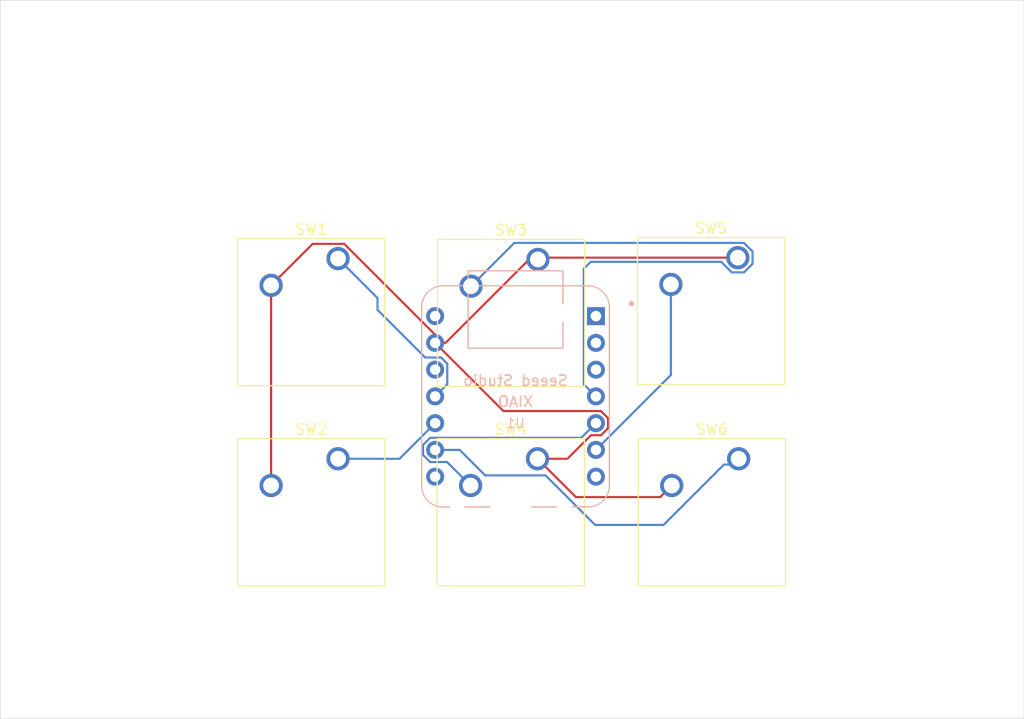
<source format=kicad_pcb>
(kicad_pcb (version 20240108) (generator "pcbnew") (generator_version "8.0")
  (layers (0 "F.Cu" signal) (31 "B.Cu" signal) (34 "B.Paste" user) (35 "F.Paste" user) (36 "B.SilkS" user "B.Silkscreen") (37 "F.SilkS" user "F.Silkscreen") (38 "B.Mask" user) (39 "F.Mask" user) (44 "Edge.Cuts" user))
  (net 0 "")
  (net 1 "GND")
  (net 2 "Net-(U1-PA6_A10_D10_MOSI)")
  (net 3 "Net-(U1-PA5_A9_D9_MISO)")
  (net 4 "Net-(U1-PA11_A3_D3)")
  (net 5 "Net-(U1-PA8_A4_D4_SDA)")
  (net 6 "Net-(U1-PA9_A5_D5_SCL)")
  (net 7 "Net-(U1-PA7_A8_D8_SCK)")
  (footprint "Button_Switch_Keyboard:SW_Cherry_MX_1.00u_PCB" (layer "F.Cu") (at 75.04 134.92)
    (property "Reference" "SW1" (at -2.54 -2.794 0) (layer "F.SilkS"))
    (property "Value" "SW_Push")
    (fp_line (start -9.525 -1.905) (end 4.445 -1.905) (stroke (width 0.12)) (layer "F.SilkS"))
    (fp_line (start -9.525 12.065) (end -9.525 -1.905) (stroke (width 0.12)) (layer "F.SilkS"))
    (fp_line (start 4.445 -1.905) (end 4.445 12.065) (stroke (width 0.12)) (layer "F.SilkS"))
    (fp_line (start 4.445 12.065) (end -9.525 12.065) (stroke (width 0.12)) (layer "F.SilkS"))
    (pad "" np_thru_hole circle (at -7.62 5.08) (size 1.7 1.7) (drill 1.7) (layers "*.Cu" "*.Mask"))
    (pad "" np_thru_hole circle (at -2.54 5.08) (size 4 4) (drill 4) (layers "*.Cu" "*.Mask"))
    (pad "" np_thru_hole circle (at 2.54 5.08) (size 1.7 1.7) (drill 1.7) (layers "*.Cu" "*.Mask"))
    (pad "1" thru_hole circle (at 0 0) (size 2.2 2.2) (drill 1.5) (layers "*.Cu" "*.Mask") (net 2 "Net-(U1-PA6_A10_D10_MOSI)"))
    (pad "2" thru_hole circle (at -6.35 2.54) (size 2.2 2.2) (drill 1.5) (layers "*.Cu" "*.Mask") (net 1 "GND"))
  )
  (footprint "Button_Switch_Keyboard:SW_Cherry_MX_1.00u_PCB" (layer "F.Cu") (at 94 135)
    (property "Reference" "SW3" (at -2.54 -2.794 0) (layer "F.SilkS"))
    (property "Value" "SW_Push")
    (fp_line (start -9.525 -1.905) (end 4.445 -1.905) (stroke (width 0.12)) (layer "F.SilkS"))
    (fp_line (start -9.525 12.065) (end -9.525 -1.905) (stroke (width 0.12)) (layer "F.SilkS"))
    (fp_line (start 4.445 -1.905) (end 4.445 12.065) (stroke (width 0.12)) (layer "F.SilkS"))
    (fp_line (start 4.445 12.065) (end -9.525 12.065) (stroke (width 0.12)) (layer "F.SilkS"))
    (pad "" np_thru_hole circle (at -7.62 5.08) (size 1.7 1.7) (drill 1.7) (layers "*.Cu" "*.Mask"))
    (pad "" np_thru_hole circle (at -2.54 5.08) (size 4 4) (drill 4) (layers "*.Cu" "*.Mask"))
    (pad "" np_thru_hole circle (at 2.54 5.08) (size 1.7 1.7) (drill 1.7) (layers "*.Cu" "*.Mask"))
    (pad "1" thru_hole circle (at 0 0) (size 2.2 2.2) (drill 1.5) (layers "*.Cu" "*.Mask") (net 1 "GND"))
    (pad "2" thru_hole circle (at -6.35 2.54) (size 2.2 2.2) (drill 1.5) (layers "*.Cu" "*.Mask") (net 4 "Net-(U1-PA11_A3_D3)"))
  )
  (footprint "Button_Switch_Keyboard:SW_Cherry_MX_1.00u_PCB" (layer "F.Cu") (at 75.04 153.92)
    (property "Reference" "SW2" (at -2.54 -2.794 0) (layer "F.SilkS"))
    (property "Value" "SW_Push")
    (fp_line (start -9.525 -1.905) (end 4.445 -1.905) (stroke (width 0.12)) (layer "F.SilkS"))
    (fp_line (start -9.525 12.065) (end -9.525 -1.905) (stroke (width 0.12)) (layer "F.SilkS"))
    (fp_line (start 4.445 -1.905) (end 4.445 12.065) (stroke (width 0.12)) (layer "F.SilkS"))
    (fp_line (start 4.445 12.065) (end -9.525 12.065) (stroke (width 0.12)) (layer "F.SilkS"))
    (pad "" np_thru_hole circle (at -7.62 5.08) (size 1.7 1.7) (drill 1.7) (layers "*.Cu" "*.Mask"))
    (pad "" np_thru_hole circle (at -2.54 5.08) (size 4 4) (drill 4) (layers "*.Cu" "*.Mask"))
    (pad "" np_thru_hole circle (at 2.54 5.08) (size 1.7 1.7) (drill 1.7) (layers "*.Cu" "*.Mask"))
    (pad "1" thru_hole circle (at 0 0) (size 2.2 2.2) (drill 1.5) (layers "*.Cu" "*.Mask") (net 3 "Net-(U1-PA5_A9_D9_MISO)"))
    (pad "2" thru_hole circle (at -6.35 2.54) (size 2.2 2.2) (drill 1.5) (layers "*.Cu" "*.Mask") (net 1 "GND"))
  )
  (footprint "Button_Switch_Keyboard:SW_Cherry_MX_1.00u_PCB" (layer "F.Cu") (at 93.96 153.92)
    (property "Reference" "SW4" (at -2.54 -2.794 0) (layer "F.SilkS"))
    (property "Value" "SW_Push")
    (fp_line (start -9.525 -1.905) (end 4.445 -1.905) (stroke (width 0.12)) (layer "F.SilkS"))
    (fp_line (start -9.525 12.065) (end -9.525 -1.905) (stroke (width 0.12)) (layer "F.SilkS"))
    (fp_line (start 4.445 -1.905) (end 4.445 12.065) (stroke (width 0.12)) (layer "F.SilkS"))
    (fp_line (start 4.445 12.065) (end -9.525 12.065) (stroke (width 0.12)) (layer "F.SilkS"))
    (pad "" np_thru_hole circle (at -7.62 5.08) (size 1.7 1.7) (drill 1.7) (layers "*.Cu" "*.Mask"))
    (pad "" np_thru_hole circle (at -2.54 5.08) (size 4 4) (drill 4) (layers "*.Cu" "*.Mask"))
    (pad "" np_thru_hole circle (at 2.54 5.08) (size 1.7 1.7) (drill 1.7) (layers "*.Cu" "*.Mask"))
    (pad "1" thru_hole circle (at 0 0) (size 2.2 2.2) (drill 1.5) (layers "*.Cu" "*.Mask") (net 1 "GND"))
    (pad "2" thru_hole circle (at -6.35 2.54) (size 2.2 2.2) (drill 1.5) (layers "*.Cu" "*.Mask") (net 5 "Net-(U1-PA8_A4_D4_SDA)"))
  )
  (footprint "Button_Switch_Keyboard:SW_Cherry_MX_1.00u_PCB" (layer "F.Cu") (at 112.96 134.83)
    (property "Reference" "SW5" (at -2.54 -2.794 0) (layer "F.SilkS"))
    (property "Value" "SW_Push")
    (fp_line (start -9.525 -1.905) (end 4.445 -1.905) (stroke (width 0.12)) (layer "F.SilkS"))
    (fp_line (start -9.525 12.065) (end -9.525 -1.905) (stroke (width 0.12)) (layer "F.SilkS"))
    (fp_line (start 4.445 -1.905) (end 4.445 12.065) (stroke (width 0.12)) (layer "F.SilkS"))
    (fp_line (start 4.445 12.065) (end -9.525 12.065) (stroke (width 0.12)) (layer "F.SilkS"))
    (pad "" np_thru_hole circle (at -7.62 5.08) (size 1.7 1.7) (drill 1.7) (layers "*.Cu" "*.Mask"))
    (pad "" np_thru_hole circle (at -2.54 5.08) (size 4 4) (drill 4) (layers "*.Cu" "*.Mask"))
    (pad "" np_thru_hole circle (at 2.54 5.08) (size 1.7 1.7) (drill 1.7) (layers "*.Cu" "*.Mask"))
    (pad "1" thru_hole circle (at 0 0) (size 2.2 2.2) (drill 1.5) (layers "*.Cu" "*.Mask") (net 1 "GND"))
    (pad "2" thru_hole circle (at -6.35 2.54) (size 2.2 2.2) (drill 1.5) (layers "*.Cu" "*.Mask") (net 6 "Net-(U1-PA9_A5_D5_SCL)"))
  )
  (footprint "Button_Switch_Keyboard:SW_Cherry_MX_1.00u_PCB" (layer "F.Cu") (at 113.04 153.92)
    (property "Reference" "SW6" (at -2.54 -2.794 0) (layer "F.SilkS"))
    (property "Value" "SW_Push")
    (fp_line (start -9.525 -1.905) (end 4.445 -1.905) (stroke (width 0.12)) (layer "F.SilkS"))
    (fp_line (start -9.525 12.065) (end -9.525 -1.905) (stroke (width 0.12)) (layer "F.SilkS"))
    (fp_line (start 4.445 -1.905) (end 4.445 12.065) (stroke (width 0.12)) (layer "F.SilkS"))
    (fp_line (start 4.445 12.065) (end -9.525 12.065) (stroke (width 0.12)) (layer "F.SilkS"))
    (pad "" np_thru_hole circle (at -7.62 5.08) (size 1.7 1.7) (drill 1.7) (layers "*.Cu" "*.Mask"))
    (pad "" np_thru_hole circle (at -2.54 5.08) (size 4 4) (drill 4) (layers "*.Cu" "*.Mask"))
    (pad "" np_thru_hole circle (at 2.54 5.08) (size 1.7 1.7) (drill 1.7) (layers "*.Cu" "*.Mask"))
    (pad "1" thru_hole circle (at 0 0) (size 2.2 2.2) (drill 1.5) (layers "*.Cu" "*.Mask") (net 7 "Net-(U1-PA7_A8_D8_SCK)"))
    (pad "2" thru_hole circle (at -6.35 2.54) (size 2.2 2.2) (drill 1.5) (layers "*.Cu" "*.Mask") (net 1 "GND"))
  )
  (footprint "Seeed Studio XIAO Series Library:XIAO-Generic-Thruhole-14P-2.54-21X17.8MM" (layer "B.Cu") (at 91.875 148 180)
    (property "Reference" "U1" (at 0 -2.54 0) (layer "B.SilkS") (effects (font (size 0.889 0.889) (thickness 0.1016)) (justify mirror)))
    (property "Value" "Seeed Studio XIAO SAMD21" (hide yes))
    (fp_line (start 8.9 8.5) (end 8.9 -8.5) (stroke (width 0.127)) (layer "B.SilkS"))
    (fp_line (start 6.9 -10.5) (end -6.9 -10.5) (stroke (width 0.127)) (layer "B.SilkS"))
    (fp_line (start 4.5 11.92403) (end -4.5 11.92403) (stroke (width 0.127)) (layer "B.SilkS"))
    (fp_line (start 4.5 4.57073) (end 4.5 11.92403) (stroke (width 0.127)) (layer "B.SilkS"))
    (fp_line (start -4.5 11.92403) (end -4.5 4.57073) (stroke (width 0.127)) (layer "B.SilkS"))
    (fp_line (start -4.5 4.57073) (end 4.5 4.57073) (stroke (width 0.127)) (layer "B.SilkS"))
    (fp_line (start -6.9 10.49909) (end 6.9 10.49909) (stroke (width 0.127)) (layer "B.SilkS"))
    (fp_line (start -8.9 -8.5) (end -8.9 8.5) (stroke (width 0.127)) (layer "B.SilkS"))
    (fp_arc (start 8.9 8.5) (mid 8.301492 9.901492) (end 6.9 10.5) (stroke (width 0.12)) (layer "B.SilkS"))
    (fp_arc (start 6.9 -10.5) (mid 8.314214 -9.914214) (end 8.9 -8.5) (stroke (width 0.12)) (layer "B.SilkS"))
    (fp_arc (start -6.9 10.5) (mid -8.301491 9.901491) (end -8.9 8.5) (stroke (width 0.12)) (layer "B.SilkS"))
    (fp_arc (start -8.9 -8.5) (mid -8.301423 -9.901423) (end -6.9 -10.5) (stroke (width 0.12)) (layer "B.SilkS"))
    (fp_circle (center -11 8.8) (end -11 9.054) (fill solid) (layer "B.SilkS"))
    (fp_poly (pts (xy -8.887715 8.561705) (xy -8.884667 8.610473) (xy -8.880603 8.659494)) (stroke (width 0.0254)) (fill none) (layer "B.SilkS"))
    (fp_poly (pts (xy 8.889492 -8.521574) (xy 8.887713 -8.57085) (xy 8.884665 -8.619618) (xy 8.880601 -8.668639) (xy 8.875268 -8.717407) (xy 8.868664 -8.766175) (xy 8.861044 -8.81469) (xy 8.852153 -8.86295) (xy 8.842248 -8.910955)) (stroke (width 0.0254)) (fill none) (layer "B.SilkS"))
    (fp_text user "XIAO" (at 0 -0.5 0) (layer "B.SilkS") (effects (justify mirror)))
    (fp_text user "Seeed Studio" (at 0 1.5 0) (layer "B.SilkS") (effects (justify mirror)))
    (pad "1" thru_hole rect (at -7.625 7.62 180) (size 1.7 1.7) (drill 1) (layers "*.Cu" "*.Mask"))
    (pad "2" thru_hole circle (at -7.625 5.08 180) (size 1.7 1.7) (drill 1) (layers "*.Cu" "*.Mask"))
    (pad "3" thru_hole circle (at -7.625 2.54 180) (size 1.7 1.7) (drill 1) (layers "*.Cu" "*.Mask"))
    (pad "4" thru_hole circle (at -7.625 0 180) (size 1.7 1.7) (drill 1) (layers "*.Cu" "*.Mask") (net 4 "Net-(U1-PA11_A3_D3)"))
    (pad "5" thru_hole circle (at -7.625 -2.54 180) (size 1.7 1.7) (drill 1) (layers "*.Cu" "*.Mask") (net 5 "Net-(U1-PA8_A4_D4_SDA)"))
    (pad "6" thru_hole circle (at -7.625 -5.08) (size 1.7 1.7) (drill 1) (layers "*.Cu" "*.Mask") (net 6 "Net-(U1-PA9_A5_D5_SCL)"))
    (pad "7" thru_hole circle (at -7.625 -7.62 180) (size 1.7 1.7) (drill 1) (layers "*.Cu" "*.Mask"))
    (pad "8" thru_hole circle (at 7.625 -7.62 180) (size 1.7 1.7) (drill 1) (layers "*.Cu" "*.Mask"))
    (pad "9" thru_hole circle (at 7.625 -5.08 180) (size 1.7 1.7) (drill 1) (layers "*.Cu" "*.Mask") (net 7 "Net-(U1-PA7_A8_D8_SCK)"))
    (pad "10" thru_hole circle (at 7.625 -2.54 180) (size 1.7 1.7) (drill 1) (layers "*.Cu" "*.Mask") (net 3 "Net-(U1-PA5_A9_D9_MISO)"))
    (pad "11" thru_hole circle (at 7.625 0 180) (size 1.7 1.7) (drill 1) (layers "*.Cu" "*.Mask") (net 2 "Net-(U1-PA6_A10_D10_MOSI)"))
    (pad "12" thru_hole circle (at 7.625 2.54 180) (size 1.7 1.7) (drill 1) (layers "*.Cu" "*.Mask"))
    (pad "13" thru_hole circle (at 7.625 5.08 180) (size 1.7 1.7) (drill 1) (layers "*.Cu" "*.Mask") (net 1 "GND"))
    (pad "14" thru_hole circle (at 7.625 7.62 180) (size 1.7 1.7) (drill 1) (layers "*.Cu" "*.Mask"))
  )
  (gr_line (start 63.1 178.6) (end 43 178.6) (stroke (width 0.05)) (layer "Edge.Cuts"))
  (gr_line (start 43 125.6) (end 43 110.4) (stroke (width 0.05)) (layer "Edge.Cuts"))
  (gr_line (start 43 168.5) (end 43 168) (stroke (width 0.05)) (layer "Edge.Cuts"))
  (gr_line (start 140.1 167.8) (end 140.1 178.6) (stroke (width 0.05)) (layer "Edge.Cuts"))
  (gr_line (start 49.2 110.4) (end 43 110.4) (stroke (width 0.05)) (layer "Edge.Cuts"))
  (gr_line (start 43 156) (end 43 125.6) (stroke (width 0.05)) (layer "Edge.Cuts"))
  (gr_line (start 140.1 115.4) (end 140.1 110.4) (stroke (width 0.05)) (layer "Edge.Cuts"))
  (gr_line (start 43 156) (end 43 168) (stroke (width 0.05)) (layer "Edge.Cuts"))
  (gr_line (start 49.2 110.4) (end 121 110.4) (stroke (width 0.05)) (layer "Edge.Cuts"))
  (gr_line (start 120.3 178.6) (end 140.1 178.6) (stroke (width 0.05)) (layer "Edge.Cuts"))
  (gr_line (start 63.1 178.6) (end 120.3 178.6) (stroke (width 0.05)) (layer "Edge.Cuts"))
  (gr_line (start 121 110.4) (end 140.1 110.4) (stroke (width 0.05)) (layer "Edge.Cuts"))
  (gr_line (start 140.1 129.8) (end 140.1 115.4) (stroke (width 0.05)) (layer "Edge.Cuts"))
  (gr_line (start 43 168.5) (end 43 178.6) (stroke (width 0.05)) (layer "Edge.Cuts"))
  (gr_line (start 140.1 167.8) (end 140.1 129.8) (stroke (width 0.05)) (layer "Edge.Cuts"))
  (segment (start 106.69 156.46) (end 105.590001 157.559999) (width 0.2) (layer "F.Cu") (net 1))
  (segment (start 94 135) (end 93.157056 135) (width 0.2) (layer "F.Cu") (net 1))
  (segment (start 99.976346 151.69) (end 99.023654 151.69) (width 0.2) (layer "F.Cu") (net 1))
  (segment (start 84.25 142.150101) (end 84.25 142.92) (width 0.2) (layer "F.Cu") (net 1))
  (segment (start 94.17 134.83) (end 94 135) (width 0.2) (layer "F.Cu") (net 1))
  (segment (start 99.976346 149.39) (end 100.65 150.063654) (width 0.2) (layer "F.Cu") (net 1))
  (segment (start 112.96 134.83) (end 94.17 134.83) (width 0.2) (layer "F.Cu") (net 1))
  (segment (start 100.65 151.016346) (end 99.976346 151.69) (width 0.2) (layer "F.Cu") (net 1))
  (segment (start 90.72 149.39) (end 99.976346 149.39) (width 0.2) (layer "F.Cu") (net 1))
  (segment (start 97.599999 157.559999) (end 93.96 153.92) (width 0.2) (layer "F.Cu") (net 1))
  (segment (start 68.69 137.46) (end 72.63 133.52) (width 0.2) (layer "F.Cu") (net 1))
  (segment (start 85.237056 142.92) (end 84.25 142.92) (width 0.2) (layer "F.Cu") (net 1))
  (segment (start 105.590001 157.559999) (end 97.599999 157.559999) (width 0.2) (layer "F.Cu") (net 1))
  (segment (start 96.793654 153.92) (end 93.96 153.92) (width 0.2) (layer "F.Cu") (net 1))
  (segment (start 93.157056 135) (end 85.237056 142.92) (width 0.2) (layer "F.Cu") (net 1))
  (segment (start 84.25 142.92) (end 90.72 149.39) (width 0.2) (layer "F.Cu") (net 1))
  (segment (start 75.619899 133.52) (end 84.25 142.150101) (width 0.2) (layer "F.Cu") (net 1))
  (segment (start 72.63 133.52) (end 75.619899 133.52) (width 0.2) (layer "F.Cu") (net 1))
  (segment (start 99.023654 151.69) (end 96.793654 153.92) (width 0.2) (layer "F.Cu") (net 1))
  (segment (start 68.69 156.46) (end 68.69 137.46) (width 0.2) (layer "F.Cu") (net 1))
  (segment (start 100.65 150.063654) (end 100.65 151.016346) (width 0.2) (layer "F.Cu") (net 1))
  (segment (start 75.04 134.92) (end 78.78 138.66) (width 0.2) (layer "B.Cu") (net 2))
  (segment (start 85.4 146.85) (end 84.25 148) (width 0.2) (layer "B.Cu") (net 2))
  (segment (start 78.78 139.78) (end 83.31 144.31) (width 0.2) (layer "B.Cu") (net 2))
  (segment (start 84.81 144.31) (end 85.4 144.9) (width 0.2) (layer "B.Cu") (net 2))
  (segment (start 83.31 144.31) (end 84.81 144.31) (width 0.2) (layer "B.Cu") (net 2))
  (segment (start 85.4 144.9) (end 85.4 146.85) (width 0.2) (layer "B.Cu") (net 2))
  (segment (start 78.78 138.66) (end 78.78 139.78) (width 0.2) (layer "B.Cu") (net 2))
  (segment (start 80.87 153.92) (end 84.25 150.54) (width 0.2) (layer "B.Cu") (net 3))
  (segment (start 75.04 153.92) (end 80.87 153.92) (width 0.2) (layer "B.Cu") (net 3))
  (segment (start 98.35 135.88) (end 98.35 146.85) (width 0.2) (layer "B.Cu") (net 4))
  (segment (start 98.35 146.85) (end 99.5 148) (width 0.2) (layer "B.Cu") (net 4))
  (segment (start 113.539899 133.43) (end 114.36 134.250101) (width 0.2) (layer "B.Cu") (net 4))
  (segment (start 111.380101 135.23) (end 99 135.23) (width 0.2) (layer "B.Cu") (net 4))
  (segment (start 112.380101 136.23) (end 111.380101 135.23) (width 0.2) (layer "B.Cu") (net 4))
  (segment (start 91.76 133.43) (end 113.539899 133.43) (width 0.2) (layer "B.Cu") (net 4))
  (segment (start 87.65 137.54) (end 91.76 133.43) (width 0.2) (layer "B.Cu") (net 4))
  (segment (start 114.36 134.250101) (end 114.36 135.409899) (width 0.2) (layer "B.Cu") (net 4))
  (segment (start 113.539899 136.23) (end 112.380101 136.23) (width 0.2) (layer "B.Cu") (net 4))
  (segment (start 114.36 135.409899) (end 113.539899 136.23) (width 0.2) (layer "B.Cu") (net 4))
  (segment (start 99 135.23) (end 98.35 135.88) (width 0.2) (layer "B.Cu") (net 4))
  (segment (start 98.11 151.93) (end 99.5 150.54) (width 0.2) (layer "B.Cu") (net 5))
  (segment (start 87.61 156.46) (end 85.38 154.23) (width 0.2) (layer "B.Cu") (net 5))
  (segment (start 83.773654 154.23) (end 83.1 153.556346) (width 0.2) (layer "B.Cu") (net 5))
  (segment (start 83.773654 151.93) (end 98.11 151.93) (width 0.2) (layer "B.Cu") (net 5))
  (segment (start 83.1 153.556346) (end 83.1 152.603654) (width 0.2) (layer "B.Cu") (net 5))
  (segment (start 83.1 152.603654) (end 83.773654 151.93) (width 0.2) (layer "B.Cu") (net 5))
  (segment (start 85.38 154.23) (end 83.773654 154.23) (width 0.2) (layer "B.Cu") (net 5))
  (segment (start 106.61 145.97) (end 106.61 137.37) (width 0.2) (layer "B.Cu") (net 6))
  (segment (start 99.5 153.08) (end 106.61 145.97) (width 0.2) (layer "B.Cu") (net 6))
  (segment (start 113.04 153.92) (end 112.49 154.47) (width 0.2) (layer "F.Cu") (net 7))
  (segment (start 112.49 154.47) (end 111.647056 154.47) (width 0.2) (layer "B.Cu") (net 7))
  (segment (start 111.647056 154.47) (end 105.917056 160.2) (width 0.2) (layer "B.Cu") (net 7))
  (segment (start 86.58 153.08) (end 84.25 153.08) (width 0.2) (layer "B.Cu") (net 7))
  (segment (start 99.419899 160.2) (end 94.719899 155.5) (width 0.2) (layer "B.Cu") (net 7))
  (segment (start 105.917056 160.2) (end 99.419899 160.2) (width 0.2) (layer "B.Cu") (net 7))
  (segment (start 89 155.5) (end 86.58 153.08) (width 0.2) (layer "B.Cu") (net 7))
  (segment (start 94.719899 155.5) (end 89 155.5) (width 0.2) (layer "B.Cu") (net 7))
)
</source>
